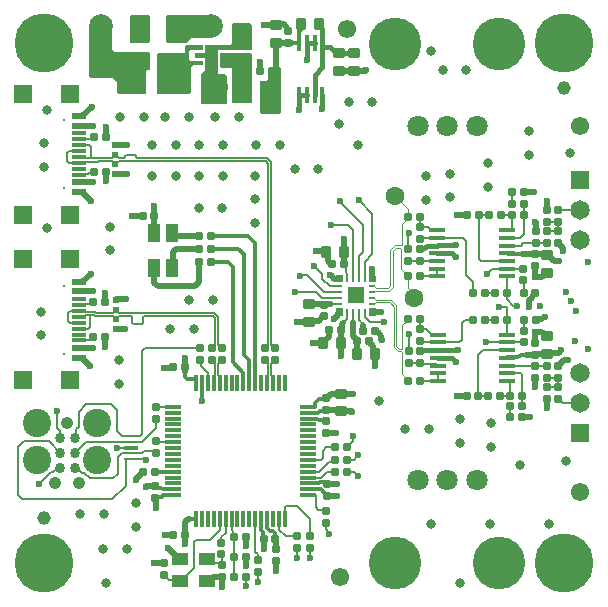
<source format=gbr>
%TF.GenerationSoftware,Altium Limited,Altium Designer,24.2.2 (26)*%
G04 Layer_Physical_Order=1*
G04 Layer_Color=255*
%FSLAX45Y45*%
%MOMM*%
%TF.SameCoordinates,9421A899-AC1A-4384-8821-8213F9677E77*%
%TF.FilePolarity,Positive*%
%TF.FileFunction,Copper,L1,Top,Signal*%
%TF.Part,Single*%
G01*
G75*
%TA.AperFunction,SMDPad,CuDef*%
%ADD10R,0.17500X0.40000*%
%ADD11R,0.57500X0.17500*%
%ADD12R,1.40000X1.40000*%
%ADD13R,0.25000X0.60000*%
%ADD14R,0.60000X0.25000*%
G04:AMPARAMS|DCode=15|XSize=0.6mm|YSize=0.7mm|CornerRadius=0.075mm|HoleSize=0mm|Usage=FLASHONLY|Rotation=0.000|XOffset=0mm|YOffset=0mm|HoleType=Round|Shape=RoundedRectangle|*
%AMROUNDEDRECTD15*
21,1,0.60000,0.55000,0,0,0.0*
21,1,0.45000,0.70000,0,0,0.0*
1,1,0.15000,0.22500,-0.27500*
1,1,0.15000,-0.22500,-0.27500*
1,1,0.15000,-0.22500,0.27500*
1,1,0.15000,0.22500,0.27500*
%
%ADD15ROUNDEDRECTD15*%
G04:AMPARAMS|DCode=16|XSize=0.8mm|YSize=1mm|CornerRadius=0.1mm|HoleSize=0mm|Usage=FLASHONLY|Rotation=0.000|XOffset=0mm|YOffset=0mm|HoleType=Round|Shape=RoundedRectangle|*
%AMROUNDEDRECTD16*
21,1,0.80000,0.80000,0,0,0.0*
21,1,0.60000,1.00000,0,0,0.0*
1,1,0.20000,0.30000,-0.40000*
1,1,0.20000,-0.30000,-0.40000*
1,1,0.20000,-0.30000,0.40000*
1,1,0.20000,0.30000,0.40000*
%
%ADD16ROUNDEDRECTD16*%
G04:AMPARAMS|DCode=17|XSize=0.6mm|YSize=0.7mm|CornerRadius=0.075mm|HoleSize=0mm|Usage=FLASHONLY|Rotation=90.000|XOffset=0mm|YOffset=0mm|HoleType=Round|Shape=RoundedRectangle|*
%AMROUNDEDRECTD17*
21,1,0.60000,0.55000,0,0,90.0*
21,1,0.45000,0.70000,0,0,90.0*
1,1,0.15000,0.27500,0.22500*
1,1,0.15000,0.27500,-0.22500*
1,1,0.15000,-0.27500,-0.22500*
1,1,0.15000,-0.27500,0.22500*
%
%ADD17ROUNDEDRECTD17*%
G04:AMPARAMS|DCode=18|XSize=0.8mm|YSize=1mm|CornerRadius=0.1mm|HoleSize=0mm|Usage=FLASHONLY|Rotation=90.000|XOffset=0mm|YOffset=0mm|HoleType=Round|Shape=RoundedRectangle|*
%AMROUNDEDRECTD18*
21,1,0.80000,0.80000,0,0,90.0*
21,1,0.60000,1.00000,0,0,90.0*
1,1,0.20000,0.40000,0.30000*
1,1,0.20000,0.40000,-0.30000*
1,1,0.20000,-0.40000,-0.30000*
1,1,0.20000,-0.40000,0.30000*
%
%ADD18ROUNDEDRECTD18*%
%ADD19R,1.47500X0.30000*%
%ADD20R,0.30000X1.47500*%
G04:AMPARAMS|DCode=21|XSize=1.3mm|YSize=1.1mm|CornerRadius=0.055mm|HoleSize=0mm|Usage=FLASHONLY|Rotation=0.000|XOffset=0mm|YOffset=0mm|HoleType=Round|Shape=RoundedRectangle|*
%AMROUNDEDRECTD21*
21,1,1.30000,0.99000,0,0,0.0*
21,1,1.19000,1.10000,0,0,0.0*
1,1,0.11000,0.59500,-0.49500*
1,1,0.11000,-0.59500,-0.49500*
1,1,0.11000,-0.59500,0.49500*
1,1,0.11000,0.59500,0.49500*
%
%ADD21ROUNDEDRECTD21*%
%TA.AperFunction,BGAPad,CuDef*%
%ADD22C,0.86300*%
%TA.AperFunction,SMDPad,CuDef*%
%ADD23R,0.60000X0.55000*%
%ADD24C,2.00000*%
%ADD25R,0.60000X0.35000*%
%ADD26R,1.10000X1.70000*%
G04:AMPARAMS|DCode=27|XSize=1.4mm|YSize=1.7mm|CornerRadius=0.175mm|HoleSize=0mm|Usage=FLASHONLY|Rotation=270.000|XOffset=0mm|YOffset=0mm|HoleType=Round|Shape=RoundedRectangle|*
%AMROUNDEDRECTD27*
21,1,1.40000,1.35000,0,0,270.0*
21,1,1.05000,1.70000,0,0,270.0*
1,1,0.35000,-0.67500,-0.52500*
1,1,0.35000,-0.67500,0.52500*
1,1,0.35000,0.67500,0.52500*
1,1,0.35000,0.67500,-0.52500*
%
%ADD27ROUNDEDRECTD27*%
G04:AMPARAMS|DCode=28|XSize=1mm|YSize=1.7mm|CornerRadius=0.125mm|HoleSize=0mm|Usage=FLASHONLY|Rotation=0.000|XOffset=0mm|YOffset=0mm|HoleType=Round|Shape=RoundedRectangle|*
%AMROUNDEDRECTD28*
21,1,1.00000,1.45000,0,0,0.0*
21,1,0.75000,1.70000,0,0,0.0*
1,1,0.25000,0.37500,-0.72500*
1,1,0.25000,-0.37500,-0.72500*
1,1,0.25000,-0.37500,0.72500*
1,1,0.25000,0.37500,0.72500*
%
%ADD28ROUNDEDRECTD28*%
G04:AMPARAMS|DCode=29|XSize=1.4mm|YSize=1.7mm|CornerRadius=0.175mm|HoleSize=0mm|Usage=FLASHONLY|Rotation=180.000|XOffset=0mm|YOffset=0mm|HoleType=Round|Shape=RoundedRectangle|*
%AMROUNDEDRECTD29*
21,1,1.40000,1.35000,0,0,180.0*
21,1,1.05000,1.70000,0,0,180.0*
1,1,0.35000,-0.52500,0.67500*
1,1,0.35000,0.52500,0.67500*
1,1,0.35000,0.52500,-0.67500*
1,1,0.35000,-0.52500,-0.67500*
%
%ADD29ROUNDEDRECTD29*%
%TA.AperFunction,ConnectorPad*%
%ADD30R,1.15000X0.60000*%
%ADD31R,1.15000X0.30000*%
%TA.AperFunction,SMDPad,CuDef*%
%ADD32R,1.50000X1.50000*%
%ADD33R,0.45000X1.40000*%
%ADD34R,1.47500X0.45000*%
%TA.AperFunction,TestPad*%
G04:AMPARAMS|DCode=35|XSize=0.2mm|YSize=0.5mm|CornerRadius=0.01mm|HoleSize=0mm|Usage=FLASHONLY|Rotation=90.000|XOffset=0mm|YOffset=0mm|HoleType=Round|Shape=RoundedRectangle|*
%AMROUNDEDRECTD35*
21,1,0.20000,0.48000,0,0,90.0*
21,1,0.18000,0.50000,0,0,90.0*
1,1,0.02000,0.24000,0.09000*
1,1,0.02000,0.24000,-0.09000*
1,1,0.02000,-0.24000,-0.09000*
1,1,0.02000,-0.24000,0.09000*
%
%ADD35ROUNDEDRECTD35*%
G04:AMPARAMS|DCode=36|XSize=0.4mm|YSize=1.2mm|CornerRadius=0.02mm|HoleSize=0mm|Usage=FLASHONLY|Rotation=90.000|XOffset=0mm|YOffset=0mm|HoleType=Round|Shape=RoundedRectangle|*
%AMROUNDEDRECTD36*
21,1,0.40000,1.16000,0,0,90.0*
21,1,0.36000,1.20000,0,0,90.0*
1,1,0.04000,0.58000,0.18000*
1,1,0.04000,0.58000,-0.18000*
1,1,0.04000,-0.58000,-0.18000*
1,1,0.04000,-0.58000,0.18000*
%
%ADD36ROUNDEDRECTD36*%
%TA.AperFunction,SMDPad,CuDef*%
%ADD37R,1.10000X1.50000*%
%TA.AperFunction,Conductor*%
%ADD38C,0.18635*%
%ADD39C,0.50000*%
%ADD40C,0.40000*%
%ADD41C,0.10052*%
%ADD42C,0.20000*%
%ADD43C,0.18600*%
%ADD44C,0.30000*%
%ADD45C,0.13763*%
%TA.AperFunction,ComponentPad*%
%ADD46C,1.60000*%
%ADD47C,1.55000*%
%ADD48C,2.40000*%
%ADD49C,1.06700*%
%ADD50C,4.46000*%
%ADD51C,1.80000*%
%TA.AperFunction,WasherPad*%
%ADD52C,1.15200*%
%TA.AperFunction,ComponentPad*%
%ADD53C,0.32500*%
%TA.AperFunction,ViaPad*%
%ADD54C,5.00000*%
%TA.AperFunction,ComponentPad*%
%ADD55C,1.65000*%
%ADD56R,1.65000X1.65000*%
%TA.AperFunction,ViaPad*%
%ADD57C,0.80000*%
%ADD58C,0.60000*%
G36*
X7392500Y10610000D02*
X7215000D01*
X7177500Y10572500D01*
X7022500D01*
X7010000Y10585000D01*
Y10795000D01*
X7025000Y10810000D01*
X7392500D01*
Y10610000D01*
D02*
G37*
G36*
X6875000Y10797500D02*
Y10585000D01*
X6862500Y10572500D01*
X6712500Y10572500D01*
X6702500Y10582500D01*
X6702500Y10797500D01*
X6712500Y10807500D01*
X6865000Y10807500D01*
X6875000Y10797500D01*
D02*
G37*
G36*
X7316281Y10510000D02*
X7215000D01*
X7205000Y10500000D01*
Y10430000D01*
X7217500Y10417500D01*
X7316281D01*
Y10380000D01*
X7232500D01*
X7215000Y10362500D01*
Y10152500D01*
X7205000Y10142500D01*
X6935000D01*
X6927500Y10150000D01*
Y10475000D01*
X6940000Y10487500D01*
X7157500Y10487500D01*
X7167500Y10497500D01*
Y10542500D01*
X7177108Y10552108D01*
X7177499D01*
X7177500Y10552108D01*
X7179472Y10552500D01*
X7316281D01*
Y10510000D01*
D02*
G37*
G36*
X7737500Y10725000D02*
Y10520000D01*
X7725000Y10507500D01*
X7445000D01*
Y10380000D01*
Y10317500D01*
X7457500Y10305000D01*
X7507500D01*
X7527500Y10285000D01*
Y10220000D01*
Y10062500D01*
X7515000Y10050000D01*
X7312500D01*
X7300000Y10062500D01*
Y10305000D01*
X7337500Y10342500D01*
Y10380000D01*
Y10445000D01*
X7255000D01*
Y10482500D01*
X7337500D01*
Y10550000D01*
X7547500Y10550000D01*
X7565000Y10567500D01*
X7565000Y10730000D01*
X7577500Y10742500D01*
X7720000D01*
X7737500Y10725000D01*
D02*
G37*
G36*
X6470000Y10692500D02*
X6552500D01*
X6552500Y10510000D01*
X6572500Y10490000D01*
X6862500D01*
X6874999Y10477500D01*
X6875000Y10347499D01*
X6865000Y10337500D01*
X6847500D01*
X6840000Y10330000D01*
Y10145000D01*
X6832500Y10137500D01*
X6612500D01*
X6592500Y10157500D01*
Y10237500D01*
X6560000Y10270000D01*
X6370000Y10270000D01*
X6352500Y10287500D01*
Y10710000D01*
X6452500D01*
X6470000Y10692500D01*
D02*
G37*
G36*
X7737500Y10472500D02*
Y10070000D01*
X7727500Y10060000D01*
X7572500D01*
X7562499Y10070001D01*
X7562500Y10351871D01*
X7562501Y10357500D01*
X7557500Y10362501D01*
X7551871Y10362500D01*
X7478129Y10362500D01*
X7467500Y10373129D01*
X7467500Y10482500D01*
X7727500D01*
X7737500Y10472500D01*
D02*
G37*
G36*
X7977500Y10355000D02*
X7977499Y9982498D01*
X7967500Y9972500D01*
X7817500D01*
X7805000Y9985000D01*
Y10247500D01*
X7810000Y10252500D01*
X7862500D01*
X7872500Y10262500D01*
Y10362500D01*
X7877500Y10367500D01*
X7965000D01*
X7977500Y10355000D01*
D02*
G37*
G36*
X8785000Y8599371D02*
X8785000Y8547500D01*
X8725000D01*
Y8610000D01*
X8774371D01*
X8785000Y8599371D01*
D02*
G37*
G36*
X8502500Y8607500D02*
Y8547500D01*
X8440000D01*
Y8596871D01*
X8450629Y8607500D01*
X8502500Y8607500D01*
D02*
G37*
G36*
X8785000Y8267500D02*
X8780000Y8262500D01*
X8725000D01*
Y8322500D01*
X8785000D01*
Y8267500D01*
D02*
G37*
G36*
X8502500Y8260000D02*
X8453129D01*
X8442500Y8270629D01*
X8442500Y8322500D01*
X8502500D01*
Y8260000D01*
D02*
G37*
D10*
X8492670Y8284627D02*
D03*
X8735270Y8584827D02*
D03*
Y8284627D02*
D03*
X8492670Y8584827D02*
D03*
D11*
X8472670Y8556027D02*
D03*
X8755270Y8313427D02*
D03*
X8472670D02*
D03*
X8755270Y8556027D02*
D03*
D12*
X8613970Y8434727D02*
D03*
D13*
X8688970Y8294727D02*
D03*
X8638970D02*
D03*
X8588970D02*
D03*
X8538969D02*
D03*
Y8574727D02*
D03*
X8588970D02*
D03*
X8638970D02*
D03*
X8688970D02*
D03*
D14*
X8473970Y8359726D02*
D03*
Y8409727D02*
D03*
Y8459727D02*
D03*
Y8509727D02*
D03*
X8753970D02*
D03*
Y8459727D02*
D03*
Y8409727D02*
D03*
Y8359726D02*
D03*
D15*
X8390279Y8138100D02*
D03*
X8490279D02*
D03*
X8727220Y8043098D02*
D03*
X8627219D02*
D03*
X8777220Y8130992D02*
D03*
X8677220D02*
D03*
X8412779Y8696389D02*
D03*
X8512779D02*
D03*
X7389000Y8938297D02*
D03*
X7289000D02*
D03*
X7068723Y6407870D02*
D03*
X7168724D02*
D03*
X7681400Y6222133D02*
D03*
X7581400D02*
D03*
X7833705Y6370370D02*
D03*
X7933705D02*
D03*
X7681442Y6384632D02*
D03*
X7581442D02*
D03*
X7068766Y7822870D02*
D03*
X7168766D02*
D03*
X8537221Y6935684D02*
D03*
X8437221D02*
D03*
X8537221Y7145627D02*
D03*
X8437221D02*
D03*
X8537221Y7040656D02*
D03*
X8437221D02*
D03*
X7581140Y6050370D02*
D03*
X7681140D02*
D03*
X6812901Y6940400D02*
D03*
X6912901D02*
D03*
X7496928Y10201105D02*
D03*
X7596928D02*
D03*
X7804428Y10330600D02*
D03*
X7904428D02*
D03*
X6399400Y9775917D02*
D03*
X6499400D02*
D03*
X6396900Y9481600D02*
D03*
X6496900D02*
D03*
X6386900Y8378400D02*
D03*
X6486900D02*
D03*
X6386900Y8079100D02*
D03*
X6486900D02*
D03*
X9552014Y7581992D02*
D03*
X9652014D02*
D03*
X9835483Y7583150D02*
D03*
X9735483D02*
D03*
X9917013Y7401691D02*
D03*
X10017013D02*
D03*
X9917014Y7584162D02*
D03*
X10017014D02*
D03*
X10016999Y7493369D02*
D03*
X9916998D02*
D03*
X10037014Y8221002D02*
D03*
X10137015D02*
D03*
X9895483Y8228454D02*
D03*
X9795483D02*
D03*
X9604499Y8229021D02*
D03*
X9704499D02*
D03*
X9554514Y9116202D02*
D03*
X9654514D02*
D03*
X9842983Y9116440D02*
D03*
X9742983D02*
D03*
X9939514Y9308402D02*
D03*
X10039514D02*
D03*
X9937015Y9115873D02*
D03*
X10037015D02*
D03*
X10040483Y9209159D02*
D03*
X9940483D02*
D03*
X10034514Y8456700D02*
D03*
X10134514D02*
D03*
X9892983Y8456743D02*
D03*
X9792983D02*
D03*
X9604514Y8455730D02*
D03*
X9704514D02*
D03*
X7289009Y8717131D02*
D03*
X7389009D02*
D03*
X7289000Y8827132D02*
D03*
X7389000D02*
D03*
X6908279Y9107868D02*
D03*
X6808279D02*
D03*
X9054700Y7709501D02*
D03*
X9154701D02*
D03*
X9054719Y8230501D02*
D03*
X9154719D02*
D03*
X9057200Y8594501D02*
D03*
X9157200D02*
D03*
X9057198Y9095902D02*
D03*
X9157198D02*
D03*
D16*
X8490278Y8028100D02*
D03*
X8340278D02*
D03*
X8627220Y7933070D02*
D03*
X8777220D02*
D03*
X8515278Y8803860D02*
D03*
X8365278D02*
D03*
X7845572Y10201312D02*
D03*
X7695572D02*
D03*
X8151745Y10729425D02*
D03*
X8301745D02*
D03*
D17*
X8340934Y8255279D02*
D03*
Y8355279D02*
D03*
X7291650Y7986599D02*
D03*
Y7886599D02*
D03*
X7935369Y6183651D02*
D03*
Y6283651D02*
D03*
X7475801Y6339636D02*
D03*
Y6239636D02*
D03*
X7787218Y6093384D02*
D03*
Y6193384D02*
D03*
X7478169Y6052867D02*
D03*
Y6152867D02*
D03*
X7932131Y7886600D02*
D03*
Y7986600D02*
D03*
X7842131Y7886600D02*
D03*
Y7986600D02*
D03*
X7392871D02*
D03*
Y7886600D02*
D03*
X8362132Y7461287D02*
D03*
Y7561287D02*
D03*
X8362101Y7270367D02*
D03*
Y7370367D02*
D03*
X8358240Y6510281D02*
D03*
Y6610281D02*
D03*
X8223295Y6292801D02*
D03*
Y6392801D02*
D03*
X8118323Y6292781D02*
D03*
Y6392781D02*
D03*
X8372100Y6738809D02*
D03*
Y6838809D02*
D03*
X6919600Y7390366D02*
D03*
Y7490366D02*
D03*
X6919600Y7200401D02*
D03*
Y7100401D02*
D03*
X6991701Y6164302D02*
D03*
Y6064302D02*
D03*
X6917869Y6816257D02*
D03*
Y6716257D02*
D03*
X7482871Y7986600D02*
D03*
Y7886600D02*
D03*
X8036637Y10571928D02*
D03*
Y10671928D02*
D03*
X9156398Y7960485D02*
D03*
Y7860485D02*
D03*
X10130435Y7738002D02*
D03*
Y7838002D02*
D03*
X9060501Y7960488D02*
D03*
Y7860488D02*
D03*
X10230592Y7738002D02*
D03*
Y7838002D02*
D03*
X10324300Y7656883D02*
D03*
Y7556883D02*
D03*
X10324324Y7837985D02*
D03*
Y7737985D02*
D03*
X10230599Y7656902D02*
D03*
Y7556902D02*
D03*
X10127986Y7930730D02*
D03*
Y8030730D02*
D03*
X10035921Y8034517D02*
D03*
Y8134517D02*
D03*
X9156357Y8147985D02*
D03*
Y8047985D02*
D03*
X10136301Y8975486D02*
D03*
Y8875486D02*
D03*
X9156272Y8822986D02*
D03*
Y8722986D02*
D03*
X10230600Y8975486D02*
D03*
Y8875486D02*
D03*
X10324300Y9054500D02*
D03*
Y9154500D02*
D03*
X9053591Y8822986D02*
D03*
Y8722986D02*
D03*
X10324300Y8875500D02*
D03*
Y8975500D02*
D03*
X10230600Y9054517D02*
D03*
Y9154517D02*
D03*
X10127011Y8783483D02*
D03*
Y8683483D02*
D03*
X10033284Y8660486D02*
D03*
Y8560486D02*
D03*
X9158067Y9012986D02*
D03*
Y8912986D02*
D03*
D18*
X8218463Y8360279D02*
D03*
Y8210279D02*
D03*
X8487132Y7601331D02*
D03*
Y7451331D02*
D03*
X7935574Y10721662D02*
D03*
Y10571662D02*
D03*
X8474425Y10485701D02*
D03*
Y10335701D02*
D03*
X8601925Y10335700D02*
D03*
Y10485700D02*
D03*
X10235758Y8089518D02*
D03*
Y7939518D02*
D03*
X10233449Y8622985D02*
D03*
Y8772985D02*
D03*
D19*
X7063361Y6740600D02*
D03*
Y6790600D02*
D03*
Y6840600D02*
D03*
Y6890600D02*
D03*
Y6940600D02*
D03*
Y6990600D02*
D03*
Y7040600D02*
D03*
Y7090600D02*
D03*
Y7140600D02*
D03*
Y7190600D02*
D03*
Y7240600D02*
D03*
Y7290600D02*
D03*
Y7340600D02*
D03*
Y7390600D02*
D03*
Y7440600D02*
D03*
Y7490600D02*
D03*
X8210960D02*
D03*
Y7440600D02*
D03*
Y7390600D02*
D03*
Y7340600D02*
D03*
Y7290600D02*
D03*
Y7240600D02*
D03*
Y7190600D02*
D03*
Y7140600D02*
D03*
Y7090600D02*
D03*
Y7040600D02*
D03*
Y6990600D02*
D03*
Y6940600D02*
D03*
Y6890600D02*
D03*
Y6840600D02*
D03*
Y6790600D02*
D03*
Y6740600D02*
D03*
D20*
X7262160Y7689400D02*
D03*
X7312160D02*
D03*
X7362161D02*
D03*
X7412160D02*
D03*
X7462161D02*
D03*
X7512160D02*
D03*
X7562160D02*
D03*
X7612161D02*
D03*
X7662160D02*
D03*
X7712161D02*
D03*
X7762160D02*
D03*
X7812160D02*
D03*
X7862161D02*
D03*
X7912160D02*
D03*
X7962161D02*
D03*
X8012161D02*
D03*
Y6541800D02*
D03*
X7962161D02*
D03*
X7912160D02*
D03*
X7862161D02*
D03*
X7812160D02*
D03*
X7762160D02*
D03*
X7712161D02*
D03*
X7662160D02*
D03*
X7612161D02*
D03*
X7562160D02*
D03*
X7512160D02*
D03*
X7462161D02*
D03*
X7412160D02*
D03*
X7362161D02*
D03*
X7312160D02*
D03*
X7262160D02*
D03*
D21*
X7125755Y6205364D02*
D03*
Y6015364D02*
D03*
X7355755Y6205364D02*
D03*
Y6015364D02*
D03*
D22*
X6109354Y7228325D02*
D03*
Y7101325D02*
D03*
Y6974325D02*
D03*
X6236354Y7228325D02*
D03*
Y7101325D02*
D03*
Y6974325D02*
D03*
D23*
X6579428Y9618473D02*
D03*
Y9703473D02*
D03*
X6579400Y9543500D02*
D03*
Y9458500D02*
D03*
X6581900Y8236870D02*
D03*
Y8398152D02*
D03*
Y8313152D02*
D03*
Y8151870D02*
D03*
D24*
X7391300Y10710000D02*
D03*
X6452500Y10710000D02*
D03*
D25*
X7496281Y10399429D02*
D03*
Y10464429D02*
D03*
Y10529429D02*
D03*
X7286281D02*
D03*
Y10464429D02*
D03*
Y10399429D02*
D03*
D26*
X7391281Y10464429D02*
D03*
D27*
X7108073Y10414673D02*
D03*
Y10643273D02*
D03*
X6788074Y10414700D02*
D03*
Y10643300D02*
D03*
X7650573Y10350100D02*
D03*
Y10578700D02*
D03*
D28*
X6788664Y10228073D02*
D03*
X6978664D02*
D03*
D29*
X7144646Y10226927D02*
D03*
X7373246D02*
D03*
D30*
X6270237Y9949455D02*
D03*
Y9869454D02*
D03*
Y9389454D02*
D03*
Y9309454D02*
D03*
X6270200Y7906954D02*
D03*
Y7986954D02*
D03*
Y8466954D02*
D03*
Y8546954D02*
D03*
D31*
X6270237Y9754454D02*
D03*
Y9654454D02*
D03*
Y9604455D02*
D03*
Y9504454D02*
D03*
Y9454455D02*
D03*
Y9554454D02*
D03*
Y9704455D02*
D03*
Y9804454D02*
D03*
X6270200Y8401954D02*
D03*
Y8301954D02*
D03*
Y8151954D02*
D03*
Y8051954D02*
D03*
Y8101954D02*
D03*
Y8201954D02*
D03*
Y8251954D02*
D03*
Y8351954D02*
D03*
D32*
X6196237Y10141454D02*
D03*
Y9117454D02*
D03*
X5799237D02*
D03*
Y10141454D02*
D03*
X5799200Y8738954D02*
D03*
Y7714954D02*
D03*
X6196200D02*
D03*
Y8738954D02*
D03*
D33*
X8135730Y10573064D02*
D03*
X8200730D02*
D03*
X8265730D02*
D03*
X8330730D02*
D03*
Y10133064D02*
D03*
X8265730D02*
D03*
X8200730D02*
D03*
X8135730D02*
D03*
D34*
X9894263Y7709523D02*
D03*
Y7774523D02*
D03*
Y7839523D02*
D03*
Y7904523D02*
D03*
Y7969524D02*
D03*
Y8034523D02*
D03*
Y8099524D02*
D03*
X9306663D02*
D03*
Y8034523D02*
D03*
Y7969524D02*
D03*
Y7904523D02*
D03*
Y7839523D02*
D03*
Y7774523D02*
D03*
Y7709523D02*
D03*
X9892553Y8594523D02*
D03*
Y8659523D02*
D03*
Y8724523D02*
D03*
Y8789523D02*
D03*
Y8854524D02*
D03*
Y8919523D02*
D03*
Y8984524D02*
D03*
X9304953D02*
D03*
Y8919523D02*
D03*
Y8854524D02*
D03*
Y8789523D02*
D03*
Y8724523D02*
D03*
Y8659523D02*
D03*
Y8594523D02*
D03*
D35*
X6679802Y7045000D02*
D03*
X6749802D02*
D03*
X6679802Y7095000D02*
D03*
X6749802D02*
D03*
X6679802Y7195000D02*
D03*
Y7245000D02*
D03*
X6749802D02*
D03*
Y7195000D02*
D03*
D36*
X6714802Y7145000D02*
D03*
D37*
X6906487Y8964638D02*
D03*
Y8664638D02*
D03*
X7056487D02*
D03*
Y8964638D02*
D03*
D38*
X6830000Y7045000D02*
X6835000Y7040000D01*
X6679802Y7045000D02*
X6830000D01*
X5757500Y6740000D02*
X5787500Y6710000D01*
X5757500Y7152500D02*
X5802500Y7197500D01*
X5757500Y6740000D02*
Y7152500D01*
X8118323Y6292781D02*
X8119162Y6291942D01*
Y6213338D02*
Y6291942D01*
Y6213338D02*
X8120000Y6212500D01*
X8225398Y6212102D02*
Y6290699D01*
X8223295Y6292801D02*
X8225398Y6290699D01*
Y6212102D02*
X8227500Y6210000D01*
X9975157Y8347343D02*
X9982500Y8340000D01*
X9945157Y8347343D02*
X9975157D01*
X9893487Y8399013D02*
X9945157Y8347343D01*
X6365000Y9477500D02*
X6392800D01*
X6396900Y9481600D01*
X6270237Y9454455D02*
X6275920Y9460137D01*
X6347637D01*
X6365000Y9477500D01*
X6270237Y9754454D02*
X6378717D01*
X6399400Y9775137D01*
Y9775917D01*
X6386900Y8378319D02*
Y8378400D01*
X6275883Y8357637D02*
X6366217D01*
X6386900Y8378319D01*
X6270200Y8351954D02*
X6275883Y8357637D01*
Y8057637D02*
X6366217D01*
X6386900Y8078319D01*
Y8079100D01*
X6270200Y8051954D02*
X6275883Y8057637D01*
X10329300Y7556883D02*
X10366725Y7519459D01*
X10324300Y7556883D02*
X10329300D01*
X10366725Y7519459D02*
X10511400D01*
X8407500Y9027500D02*
X8545000D01*
X8477500Y9222500D02*
X8672500Y9027500D01*
X8477500Y9222500D02*
Y9230000D01*
X9764762Y8659762D02*
X9892315D01*
X9722500Y8617500D02*
X9764762Y8659762D01*
X9892315D02*
X9892553Y8659523D01*
X9715238Y8034762D02*
X9894025D01*
X9715000Y8035000D02*
X9715238Y8034762D01*
X9893487Y8399013D02*
Y8456239D01*
X9827500Y8335000D02*
X9827915Y8334585D01*
X9881485D01*
X9892401Y8323669D01*
Y8231535D02*
Y8323669D01*
Y8231535D02*
X9895483Y8228454D01*
X9892983Y8456743D02*
X9893487Y8456239D01*
X9064001Y7963987D02*
Y8099001D01*
X9067500Y8102500D01*
X9894025Y8034762D02*
X9894263Y8034523D01*
X9051795Y8824782D02*
Y8930602D01*
X9067500Y8946307D02*
Y8957500D01*
X9051795Y8930602D02*
X9067500Y8946307D01*
X9051795Y8824782D02*
X9053591Y8822986D01*
X9060501Y7960488D02*
X9064001Y7963987D01*
X8097500Y8462500D02*
X8277500D01*
X8672500Y8802500D02*
Y9027500D01*
X8638970Y8768970D02*
X8672500Y8802500D01*
X8638970Y8574727D02*
Y8768970D01*
X8755000Y8782500D02*
Y9125000D01*
X8637500Y9242500D02*
X8755000Y9125000D01*
X8688970Y8716469D02*
X8755000Y8782500D01*
X8688970Y8574727D02*
Y8716469D01*
X8588970Y8574727D02*
Y8983530D01*
X8545000Y9027500D02*
X8588970Y8983530D01*
X8587203Y7200610D02*
Y7234703D01*
X8592500Y7240000D01*
X8537221Y7040656D02*
X8595173D01*
X8635000Y7080483D02*
Y7085000D01*
X8595173Y7040656D02*
X8635000Y7080483D01*
X8537221Y7150627D02*
X8587203Y7200610D01*
X8595173Y6935342D02*
X8625515Y6905000D01*
X8537563Y6935342D02*
X8595173D01*
X8625515Y6905000D02*
X8632500D01*
X8537221Y6935684D02*
X8537563Y6935342D01*
X8390000Y6410000D02*
Y6420569D01*
X8358240Y6452329D02*
Y6510281D01*
Y6452329D02*
X8390000Y6420569D01*
X6330028Y7195000D02*
X6679802D01*
X6749802D01*
X6602500Y7062500D02*
X6635000Y7095000D01*
X6562500Y6885000D02*
X6602500Y6925000D01*
Y7062500D01*
X6362500Y6885000D02*
X6562500D01*
X6294521Y6931939D02*
X6315561D01*
X6362500Y6885000D01*
X6252134Y6974325D02*
X6294521Y6931939D01*
X5787500Y6710000D02*
X6552500D01*
X6665000Y6822500D01*
X6820000Y7112500D02*
X6907500D01*
X6919600Y7100401D01*
X6802500Y7095000D02*
X6820000Y7112500D01*
X6749802Y7095000D02*
X6802500D01*
X6679802D02*
X6749802D01*
X6914199D02*
X6919600Y7100401D01*
X6635000Y7095000D02*
X6679802D01*
X6665682Y7045000D02*
X6679802D01*
X6013179Y7197500D02*
X6109354Y7101325D01*
X5802500Y7197500D02*
X6013179D01*
X6919600Y7309600D02*
Y7390366D01*
X6749802Y7195000D02*
X6805000D01*
X6919600Y7309600D01*
X6665000Y6822500D02*
Y7044317D01*
X6665682Y7045000D01*
X6236354Y7101325D02*
X6330028Y7195000D01*
X6236354Y6974325D02*
X6252134D01*
X7681820Y5973180D02*
X7682500Y5972500D01*
X7681820Y5973180D02*
Y6049690D01*
X7681140Y6050370D02*
X7681820Y6049690D01*
X8347774Y8459727D02*
X8473970D01*
X8147500Y8607500D02*
X8200000D01*
X8347774Y8459727D01*
X8277500Y8462500D02*
X8330273Y8409727D01*
X8473970D01*
X8140000Y8600000D02*
X8147500Y8607500D01*
X8329094Y8573406D02*
Y8610906D01*
X8257500Y8682500D02*
X8329094Y8610906D01*
Y8573406D02*
X8392773Y8509727D01*
X8473970D01*
X8335000Y7115000D02*
X8365627Y7145627D01*
X8437221D01*
X8335000Y7060000D02*
Y7115000D01*
X8315600Y7040600D02*
X8335000Y7060000D01*
X8210960Y7040600D02*
X8315600D01*
X8422035Y7025470D02*
X8437221Y7040656D01*
X8305315Y6940600D02*
X8390185Y7025470D01*
X8422035D01*
X8210960Y6940600D02*
X8305315D01*
X8368184Y6935684D02*
X8437221D01*
X8210960Y6890600D02*
X8323100D01*
X8368184Y6935684D01*
X8295000Y6620000D02*
X8348521D01*
X8275393Y6639607D02*
Y6734917D01*
Y6639607D02*
X8295000Y6620000D01*
X8348521D02*
X8358240Y6610281D01*
X8269711Y6740600D02*
X8275393Y6734917D01*
X8210960Y6740600D02*
X8269711D01*
X8223295Y6392801D02*
Y6541705D01*
X8013502Y6543141D02*
Y6641584D01*
X8024418Y6652500D01*
X8112500D01*
X8223295Y6541705D01*
X8012161Y6541800D02*
X8013502Y6543141D01*
X8024719Y6392781D02*
X8118323D01*
X7967843Y6449657D02*
X8024719Y6392781D01*
X7967843Y6449657D02*
Y6536117D01*
X7962161Y6541800D02*
X7967843Y6536117D01*
X7787218Y6093384D02*
X7787359Y6093243D01*
Y6010141D02*
Y6093243D01*
Y6010141D02*
X7787500Y6010000D01*
X7782080Y6198522D02*
X7787218Y6193384D01*
X7762160Y6260340D02*
X7782080Y6240420D01*
X7762160Y6260340D02*
Y6541800D01*
X7782080Y6198522D02*
Y6240420D01*
X7580570Y6049800D02*
X7581140Y6050370D01*
X7581270Y6050500D02*
Y6222003D01*
X7581400Y6222133D01*
X7581140Y6050370D02*
X7581270Y6050500D01*
X7581421Y6384611D02*
X7581442Y6384632D01*
X7581421Y6222154D02*
Y6384611D01*
X7581400Y6222133D02*
X7581421Y6222154D01*
X7577500Y6388574D02*
Y6432500D01*
Y6388574D02*
X7581442Y6384632D01*
X7562160Y6447840D02*
X7577500Y6432500D01*
X7562160Y6447840D02*
Y6541800D01*
X7404585Y6166535D02*
X7464501D01*
X7365755Y6205364D02*
X7404585Y6166535D01*
X7464501D02*
X7478169Y6152867D01*
X7355755Y6205364D02*
X7365755D01*
X7476985Y6154051D02*
Y6238451D01*
X7475801Y6239636D02*
X7476985Y6238451D01*
Y6154051D02*
X7478169Y6152867D01*
X7113620Y6027500D02*
X7125755Y6015364D01*
X6996701Y6064302D02*
X7033503Y6027500D01*
X7113620D01*
X6991701Y6064302D02*
X6996701D01*
X7242500Y6345000D02*
X7260000Y6362500D01*
X7135755Y6015364D02*
X7242500Y6122109D01*
Y6345000D01*
X7260000Y6362500D02*
X7380000D01*
X7125755Y6015364D02*
X7135755D01*
X7380000Y6362500D02*
X7462161Y6444660D01*
Y6541800D01*
X7475801Y6388301D02*
X7512160Y6424661D01*
Y6541800D01*
X7475801Y6339636D02*
Y6388301D01*
X7300437Y7839564D02*
X7360555Y7779445D01*
X7300437Y7839564D02*
Y7877813D01*
X7291650Y7886599D02*
X7300437Y7877813D01*
X7360555Y7691005D02*
Y7779445D01*
Y7691005D02*
X7362161Y7689400D01*
X6917900Y7197100D02*
X6924400Y7190600D01*
X7063361D01*
X6917900Y7489634D02*
X6918383Y7490117D01*
X7062878D02*
X7063361Y7490600D01*
X6918383Y7490117D02*
X7062878D01*
D39*
X8330934Y8255279D02*
X8335934Y8260279D01*
X8330934Y8246595D02*
Y8255279D01*
X8335934Y8260279D02*
X8350934D01*
X6803279Y9106434D02*
X6808279Y9101434D01*
X8467500Y8270000D02*
Y8285000D01*
X8777220Y8135992D02*
X8782220Y8130992D01*
X8407779Y8693890D02*
X8412779Y8688890D01*
X8751913Y8580587D02*
Y8653087D01*
X8474426Y10335700D02*
X8601926D01*
X8581926D02*
X8582825Y10336600D01*
X8454425Y10335701D02*
X8454426Y10335700D01*
X8602825Y10336600D02*
X8699100D01*
X10368087Y8806913D02*
X10370000Y8805000D01*
X10329300Y8875500D02*
X10368087Y8836714D01*
Y8806913D02*
Y8836714D01*
X10324300Y8875500D02*
X10329300D01*
X10374426Y7883087D02*
X10405587D01*
X10407500Y7885000D01*
X10333571Y7948777D02*
X10352294Y7967500D01*
X10245017Y7948777D02*
X10333571D01*
X10352294Y7967500D02*
X10355000D01*
X10235758Y7939518D02*
X10245017Y7948777D01*
X6808279Y9097868D02*
Y9101434D01*
X6723934Y9106434D02*
X6803279D01*
X6722500Y9105000D02*
X6723934Y9106434D01*
X6907889Y9090758D02*
Y9189611D01*
Y9090758D02*
X6908279Y9090368D01*
X6907500Y9190000D02*
X6907889Y9189611D01*
X6907383Y9089472D02*
X6908279Y9090368D01*
X10142015Y8231002D02*
X10190796D01*
X10137015Y8226002D02*
X10142015Y8231002D01*
X10081913Y8339413D02*
Y8390177D01*
X10102214Y8410477D01*
X10134514Y8451700D02*
Y8456700D01*
X10102214Y8410477D02*
Y8419399D01*
X10134514Y8451700D01*
X10080000Y8337500D02*
X10081913Y8339413D01*
X6486900Y8378400D02*
X6488450Y8379950D01*
Y8455950D02*
X6490000Y8457500D01*
X6488450Y8379950D02*
Y8455950D01*
X6487200Y7995300D02*
Y8078800D01*
Y7995300D02*
X6487500Y7995000D01*
X6486900Y8079100D02*
X6487200Y8078800D01*
X6581900Y8398152D02*
X6582824Y8399076D01*
X6666576D01*
X6667500Y8400000D01*
X6582215Y8152185D02*
X6662185D01*
X6662500Y8152500D01*
X6581900Y8151870D02*
X6582215Y8152185D01*
X10329324Y7842985D02*
X10334324D01*
X10374426Y7883087D01*
X10324324Y7837985D02*
X10329324Y7842985D01*
X10231550Y7478450D02*
Y7555951D01*
X10230599Y7556902D02*
X10231550Y7555951D01*
Y7478450D02*
X10232500Y7477500D01*
X6384977Y9869477D02*
X6385000Y9869500D01*
X6270260Y9869477D02*
X6384977D01*
X6270237Y9869454D02*
X6270260Y9869477D01*
X10017013Y7401691D02*
X10017418Y7402096D01*
X10092096D02*
X10092500Y7402500D01*
X10017418Y7402096D02*
X10092096D01*
X10039514Y9308402D02*
X10040313Y9309201D01*
X10121701D01*
X10122500Y9310000D01*
X10133374Y8589332D02*
X10189796D01*
X10127500Y8592500D02*
X10130206D01*
X10189796Y8589332D02*
X10223449Y8622985D01*
X10130206Y8592500D02*
X10133374Y8589332D01*
X10223449Y8622985D02*
X10233449D01*
X10127255Y8592745D02*
Y8683238D01*
X10127011Y8683483D02*
X10127255Y8683238D01*
Y8592745D02*
X10127500Y8592500D01*
X10135683Y8124182D02*
X10191094D01*
X10133627Y8122127D02*
X10135683Y8124182D01*
X10130921Y8122127D02*
X10133627D01*
X10191094Y8124182D02*
X10225758Y8089518D01*
X10235758D01*
X10129454Y8032198D02*
Y8120659D01*
X10127986Y8030730D02*
X10129454Y8032198D01*
Y8120659D02*
X10130921Y8122127D01*
X10336043Y8722370D02*
X10337956Y8720457D01*
X10294065Y8722370D02*
X10336043D01*
X10243449Y8772985D02*
X10294065Y8722370D01*
X10233449Y8772985D02*
X10243449D01*
X10221434Y8785000D02*
X10233449Y8772985D01*
X10137015Y8221002D02*
Y8226002D01*
X10230000Y9230000D02*
X10230300Y9229700D01*
Y9154817D02*
Y9229700D01*
Y9154817D02*
X10230600Y9154517D01*
X10131467Y7656032D02*
X10132500Y7655000D01*
X10130435Y7738002D02*
X10131467Y7736969D01*
Y7656032D02*
Y7736969D01*
X10135650Y8976136D02*
X10136301Y8975486D01*
X10135000Y9055000D02*
X10135650Y9054350D01*
Y8976136D02*
Y9054350D01*
X9553913Y9115601D02*
X9554514Y9116202D01*
X9473101Y9115601D02*
X9553913D01*
X9472500Y9115000D02*
X9473101Y9115601D01*
X9551759Y7582246D02*
X9552014Y7581992D01*
X9472754Y7582246D02*
X9551759D01*
X9472500Y7582500D02*
X9472754Y7582246D01*
X8591916Y7601916D02*
X8592500Y7602500D01*
X8487716Y7601916D02*
X8591916D01*
X8782220Y8120992D02*
X8798210D01*
X8830587Y8088616D01*
Y8056913D02*
Y8088616D01*
Y8056913D02*
X8832500Y8055000D01*
X8782220Y8120992D02*
Y8130992D01*
X8750000Y8655000D02*
X8751913Y8653087D01*
Y8580587D02*
X8755000Y8577500D01*
X8512639Y8786499D02*
Y8907361D01*
X8512500Y8907500D02*
X8512639Y8907361D01*
X8512779Y8801361D02*
X8514028Y8800111D01*
X8487132Y7451331D02*
X8487797Y7450666D01*
X8581834D02*
X8582500Y7450000D01*
X8487797Y7450666D02*
X8581834D01*
X8475963Y7462500D02*
X8487132Y7451331D01*
X8280000Y8812500D02*
X8281913Y8810587D01*
X8374805Y8723179D02*
Y8778860D01*
X8358552Y8790587D02*
Y8802313D01*
X8281913Y8810587D02*
X8350278D01*
X8358552Y8802313D01*
Y8790587D02*
X8363078D01*
X8374805Y8778860D01*
X8120000Y8210000D02*
X8218184D01*
X6812901Y6935400D02*
Y6940400D01*
X6752500Y6874999D02*
X6812901Y6935400D01*
X6752500Y6872500D02*
Y6874999D01*
X6917241Y6815629D02*
X6917869Y6816257D01*
X6835000Y6815000D02*
X6835629Y6815629D01*
X6917241D01*
X7477835Y5962835D02*
Y6052532D01*
X7478169Y6052867D01*
X7477500Y5962500D02*
X7477835Y5962835D01*
X8400206Y8605000D02*
X8430206Y8575000D01*
X8440000D01*
X8397500Y8605000D02*
X8400206D01*
X8514028Y8697639D02*
Y8800111D01*
X8512779Y8696389D02*
X8514028Y8697639D01*
X8404094Y8693890D02*
X8407779D01*
X8374805Y8723179D02*
X8404094Y8693890D01*
X8430000Y8232500D02*
X8467500Y8270000D01*
X8454405Y6834405D02*
X8455000Y6835000D01*
X8370196Y6834405D02*
X8454405D01*
X6918935Y6636065D02*
X6920000Y6635000D01*
X6918935Y6636065D02*
Y6715192D01*
X6917869Y6716257D02*
X6918935Y6715192D01*
X10126217Y7932500D02*
X10127986Y7930730D01*
X10052500Y7932500D02*
X10126217D01*
X10023064Y8783483D02*
X10127011D01*
X10128528Y8785000D02*
X10221434D01*
X10127011Y8783483D02*
X10128528Y8785000D01*
X10132380Y7935124D02*
X10231364D01*
X10127986Y7930730D02*
X10132380Y7935124D01*
X6500950Y9777467D02*
Y9858450D01*
X6502500Y9860000D01*
X6499400Y9775917D02*
X6500950Y9777467D01*
X6679514Y9702986D02*
X6680000Y9702500D01*
X6579428Y9703473D02*
X6579914Y9702986D01*
X6679514D01*
X6579900Y9458000D02*
X6674500D01*
X6579400Y9458500D02*
X6579900Y9458000D01*
X6674500D02*
X6675000Y9457500D01*
X6497200Y9400300D02*
X6497500Y9400000D01*
X6496900Y9481600D02*
X6497200Y9481300D01*
Y9400300D02*
Y9481300D01*
X6384977Y9389477D02*
X6385000Y9389500D01*
X6270260Y9389477D02*
X6384977D01*
X7196761Y6541800D02*
X7214300D01*
X7168112Y6407258D02*
X7168724Y6407870D01*
X7936434Y6103566D02*
X7937500Y6102500D01*
X7168724Y6513763D02*
X7196761Y6541800D01*
X7168724Y6407870D02*
Y6513763D01*
X7936434Y6103566D02*
Y6182585D01*
X7935369Y6183651D02*
X7936434Y6182585D01*
X7092138Y8827132D02*
X7289000D01*
X7062849Y8671000D02*
Y8797842D01*
X7092138Y8827132D01*
X8760000Y8287500D02*
X8761510Y8289010D01*
X8827005D01*
X8828918Y8290923D01*
X8677220Y8140992D02*
Y8185281D01*
X8777220Y7933070D02*
X8778610Y7931680D01*
X8762220Y7948070D02*
X8777220Y7933070D01*
X8247500Y8027500D02*
X8247800Y8027800D01*
X8339978D02*
X8340278Y8028100D01*
X8490278D02*
X8491389Y8026989D01*
X8490278Y8028100D02*
X8490278Y8028100D01*
X8247800Y8027800D02*
X8339978D01*
X8491389Y7921111D02*
Y8026989D01*
X8588970Y8086348D02*
Y8206470D01*
X8622219Y8048098D02*
X8627220Y8043097D01*
X8588970Y8086348D02*
X8622219Y8053098D01*
Y8048098D02*
Y8053098D01*
X8778610Y7833890D02*
X8780000Y7832500D01*
X8778610Y7833890D02*
Y7931680D01*
X8301644Y8217306D02*
X8330934Y8246595D01*
X8627220Y7933070D02*
X8627220Y7933070D01*
X8491389Y7921111D02*
X8492500Y7920000D01*
X8627220Y7933070D02*
Y8043097D01*
X8490278Y8028100D02*
Y8138100D01*
X8495279Y8187779D02*
X8507500Y8200000D01*
X8495279Y8143100D02*
Y8187779D01*
X8490279Y8138100D02*
X8495279Y8143100D01*
X8490278Y8138100D02*
X8490279Y8138100D01*
X8218463Y8210279D02*
X8225490Y8217306D01*
X8301644D01*
X8243463Y8360279D02*
X8355934D01*
X8243463Y8360279D02*
X8243463Y8360279D01*
X8356214Y8360000D02*
X8402500D01*
X8355934Y8360279D02*
X8356214Y8360000D01*
X8355934Y8360279D02*
X8355934Y8360279D01*
X8340278Y8028100D02*
Y8038100D01*
X8385279Y8083100D01*
Y8133100D01*
X8390279Y8138100D01*
X8732220Y8033097D02*
X8732930D01*
X8727220Y8038097D02*
X8732220Y8033097D01*
X8732930D02*
X8762220Y8003808D01*
Y7948070D02*
Y8003808D01*
X8727220Y8038097D02*
Y8043098D01*
X7168766Y7822870D02*
X7169383Y7823487D01*
X7167534Y7821638D02*
X7168766Y7822870D01*
X8374005Y6736904D02*
X8455595D01*
X7355755Y6015364D02*
X7365755D01*
X7403258Y6052867D01*
X7478169D01*
X6991352Y6164651D02*
X6991701Y6164302D01*
X6907500Y6165000D02*
X6907849Y6164651D01*
X6991352D01*
X7025000Y6296120D02*
X7115755Y6205364D01*
X7025000Y6296120D02*
Y6297500D01*
X7115755Y6205364D02*
X7125755D01*
X7169383Y7904383D02*
X7170000Y7905000D01*
X7169383Y7823487D02*
Y7904383D01*
X7167534Y7787500D02*
Y7821638D01*
X7068581Y7822685D02*
X7068766Y7822870D01*
X6992500Y7822500D02*
X6992685Y7822685D01*
X7068581D01*
X8446066Y7268934D02*
X8447500Y7267500D01*
X8362101Y7270367D02*
X8363534Y7268934D01*
X8446066D01*
X8363344Y7462500D02*
X8475963D01*
X8362132Y7461287D02*
X8363344Y7462500D01*
X8487132Y7601331D02*
X8487716Y7601916D01*
X8362132Y7561287D02*
X8367132Y7566287D01*
X8372132D02*
X8405800Y7599955D01*
X8473256D01*
X8367132Y7566287D02*
X8372132D01*
X7681950Y6138420D02*
Y6221583D01*
X7681400Y6222133D02*
X7681950Y6221583D01*
Y6138420D02*
X7682500Y6137870D01*
X7681971Y6308029D02*
Y6384103D01*
Y6308029D02*
X7682500Y6307500D01*
X7681442Y6384632D02*
X7681971Y6384103D01*
X7834353Y6285647D02*
Y6369722D01*
X7833705Y6370370D02*
X7834353Y6369722D01*
Y6285647D02*
X7835000Y6285000D01*
X7167500Y6325000D02*
X7168112Y6325612D01*
Y6407258D01*
X7934537Y6284483D02*
Y6369538D01*
X7933705Y6370370D02*
X7934537Y6369538D01*
Y6284483D02*
X7935369Y6283651D01*
X7068539Y6407685D02*
X7068723Y6407870D01*
X6995000Y6407500D02*
X6995185Y6407685D01*
X7068539D01*
X7252500Y8512500D02*
X7289009Y8549009D01*
X6368246Y8617500D02*
X6370000D01*
X6297700Y8546954D02*
X6368246Y8617500D01*
X7289009Y8549009D02*
Y8717131D01*
X6935776Y8512500D02*
X7252500D01*
X6906487Y8541789D02*
X6935776Y8512500D01*
X6906487Y8541789D02*
Y8664638D01*
X6270200Y8546954D02*
X6297700D01*
X7056487Y8664638D02*
X7062849Y8671000D01*
X7082828Y8938297D02*
X7289000D01*
X7056487Y8964638D02*
X7082828Y8938297D01*
X6906487Y8964638D02*
X6907383Y8965535D01*
Y9089472D01*
X7933906Y10723331D02*
X7935574Y10721662D01*
X7840000Y10725000D02*
X7841669Y10723331D01*
X7933906D01*
X7935574Y10721662D02*
X7941412Y10727500D01*
X8005710D02*
X8035000Y10698211D01*
Y10673566D02*
Y10698211D01*
X7941412Y10727500D02*
X8005710D01*
X8035000Y10673566D02*
X8036637Y10671928D01*
X7935574Y10331925D02*
Y10571662D01*
Y10331925D02*
X7937500Y10330000D01*
X8137500Y10680000D02*
Y10715181D01*
X8151745Y10729425D01*
X8036637Y10571928D02*
X8037209Y10572500D01*
X8077500D01*
X8036504Y10571795D02*
X8036637Y10571928D01*
X7935574Y10571662D02*
X7935707Y10571795D01*
X8036504D01*
X7804714Y10330886D02*
Y10412214D01*
X7805000Y10412500D01*
X7804428Y10330600D02*
X7804714Y10330886D01*
X6297737Y9949455D02*
X6377500Y10029217D01*
Y10030000D01*
X6270237Y9949455D02*
X6297737D01*
Y9309454D02*
X6375000Y9232192D01*
Y9230000D02*
Y9232192D01*
X6270237Y9309454D02*
X6297737D01*
X6297700Y7906954D02*
X6367154Y7837500D01*
X6367500D01*
X6270200Y7906954D02*
X6297700D01*
X6384977Y7986977D02*
X6385000Y7987000D01*
X6270200Y7986954D02*
X6270223Y7986977D01*
X6384977D01*
Y8466977D02*
X6385000Y8467000D01*
X6270200Y8466954D02*
X6270223Y8466977D01*
X6384977D01*
X6270237Y9389454D02*
X6270260Y9389477D01*
D40*
X8333230Y10535000D02*
X8395126D01*
X8330730Y10537500D02*
Y10573064D01*
Y10537500D02*
X8333230Y10535000D01*
X8395126D02*
X8444425Y10485701D01*
X8454425D01*
X8330730Y10533064D02*
Y10573064D01*
Y10365730D02*
Y10532500D01*
X8265730Y10133064D02*
Y10300730D01*
X8330730Y10365730D01*
X8454426Y10485700D02*
X8581925D01*
X8301745Y10719425D02*
Y10729425D01*
X8330730Y10573064D02*
Y10690440D01*
X8301745Y10719425D02*
X8330730Y10690440D01*
X8330365Y10015365D02*
Y10132699D01*
X8330730Y10133064D01*
X9427738Y7904762D02*
X9462500Y7870000D01*
X9454591Y8762500D02*
X9460000D01*
X9427330Y8789762D02*
X9454591Y8762500D01*
X9305191Y8789762D02*
X9427330D01*
X8201615Y10428385D02*
Y10572179D01*
X8200730Y10573064D02*
X8201615Y10572179D01*
Y10428385D02*
X8202500Y10427500D01*
X8135365Y10000365D02*
Y10132699D01*
X8135730Y10133064D01*
X8135000Y10000000D02*
X8135365Y10000365D01*
X9309163Y7972024D02*
X9387024D01*
X9306663Y7969524D02*
X9309163Y7972024D01*
X9387024D02*
X9387500Y7972500D01*
X9477500D01*
X9306441Y8856012D02*
X9461012D01*
X9462500Y8857500D01*
X9304953Y8854524D02*
X9306441Y8856012D01*
X9162936Y7967023D02*
X9304163D01*
X9156398Y7960485D02*
X9162936Y7967023D01*
X9304163D02*
X9306663Y7969524D01*
X9166272Y8832986D02*
X9195486D01*
X9214523Y8852023D02*
X9302453D01*
X9195486Y8832986D02*
X9214523Y8852023D01*
X9156272Y8822986D02*
X9166272Y8832986D01*
X9302453Y8852023D02*
X9304953Y8854524D01*
X9306902Y7904762D02*
X9427738D01*
X9306663Y7904523D02*
X9306902Y7904762D01*
X9304953Y8789523D02*
X9305191Y8789762D01*
X8135730Y10133064D02*
X8200730D01*
X8263230Y10570564D02*
X8265730Y10573064D01*
X8203230Y10570564D02*
X8263230D01*
X8200730Y10573064D02*
X8203230Y10570564D01*
D41*
X9057198Y9095902D02*
Y9160535D01*
Y9090901D02*
Y9095902D01*
X8944699Y9273034D02*
X9057198Y9160535D01*
X9052500Y8495317D02*
Y8589801D01*
X9057200Y8594501D01*
X9052500Y8495317D02*
X9104700Y8443117D01*
Y8413055D02*
Y8443117D01*
X8971034Y7958966D02*
X8999111D01*
X9005000Y7953077D01*
Y7764202D02*
Y7953077D01*
Y7764202D02*
X9054700Y7714501D01*
X8997500Y8659201D02*
Y8827500D01*
X8952861Y8834175D02*
X8990825D01*
X8997500Y8827500D01*
X8927500Y8808813D02*
X8952861Y8834175D01*
X8997500Y8659201D02*
X9057200Y8599501D01*
X9054700Y7709501D02*
Y7714501D01*
X8935000Y7995000D02*
X8971034Y7958966D01*
X9007775Y8178557D02*
X9054719Y8225501D01*
X8935000Y7995000D02*
Y8338813D01*
X8957052Y8004135D02*
X8980169Y7981018D01*
X9001886D01*
X9007775Y7986907D02*
Y8178557D01*
X9054719Y8225501D02*
Y8230501D01*
X9001886Y7981018D02*
X9007775Y7986907D01*
X8784832Y8395753D02*
X8909247D01*
X8957052Y8347948D01*
X8784832Y8373701D02*
X8900113D01*
X8935000Y8338813D01*
X8957052Y8004135D02*
Y8347948D01*
X8893701Y8473701D02*
X8927500Y8507500D01*
X8784832Y8473701D02*
X8893701D01*
X8784832Y8495753D02*
X8884566D01*
X8905448Y8516634D02*
Y8817948D01*
X8884566Y8495753D02*
X8905448Y8516634D01*
X8927500Y8507500D02*
Y8808813D01*
X8905448Y8817948D02*
X8943727Y8856227D01*
X8994976D01*
X9002274Y8863525D02*
Y9035977D01*
X8994976Y8856227D02*
X9002274Y8863525D01*
X8753970Y8509727D02*
X8771469D01*
X8778943Y8502253D01*
Y8467812D02*
X8784832Y8473701D01*
X8778943Y8501642D02*
Y8502253D01*
Y8501642D02*
X8784832Y8495753D01*
X9057200Y8594501D02*
Y8599501D01*
X8753970Y8459727D02*
X8771469D01*
X9002274Y9035977D02*
X9057198Y9090901D01*
X8778943Y8467200D02*
Y8467812D01*
X8771469Y8459727D02*
X8778943Y8467200D01*
X8753970Y8409727D02*
X8771469D01*
X8778943Y8401642D02*
X8784832Y8395753D01*
X8753970Y8359726D02*
X8771469D01*
X8778943Y8367200D01*
Y8367812D01*
X8771469Y8409727D02*
X8778943Y8402253D01*
Y8367812D02*
X8784832Y8373701D01*
X8778943Y8401642D02*
Y8402253D01*
D42*
X5932500Y6837500D02*
X6030000Y6935000D01*
X6053879D01*
X6093204Y6974325D01*
X8688970Y8248531D02*
Y8294727D01*
Y8248531D02*
X8732500Y8205000D01*
X8850000D01*
X6596250Y7141250D02*
X6711053D01*
X6714802Y7145000D01*
X6592500Y7137500D02*
X6596250Y7141250D01*
X6106289Y7231390D02*
Y7288711D01*
X6084010Y7310990D02*
X6106289Y7288711D01*
Y7231390D02*
X6109354Y7228325D01*
X6084010Y7310990D02*
Y7456510D01*
X6085000Y7457500D01*
X6093204Y6974325D02*
X6109354D01*
X6635000Y7245000D02*
X6679802D01*
X6749802D01*
X6805000Y7960000D02*
X6831599Y7986599D01*
X6805000Y7260000D02*
Y7960000D01*
X6831599Y7986599D02*
X7291650D01*
X6790000Y7245000D02*
X6805000Y7260000D01*
X6749802Y7245000D02*
X6790000D01*
X6592500Y7287500D02*
X6635000Y7245000D01*
X6540000Y7515000D02*
X6592500Y7462500D01*
Y7287500D02*
Y7462500D01*
X6332500Y7515000D02*
X6540000D01*
X6267500Y7450000D02*
X6332500Y7515000D01*
X6267500Y7319956D02*
Y7450000D01*
X6236354Y7228325D02*
X6249019Y7240991D01*
Y7301475D01*
X6267500Y7319956D01*
X8527500Y8627500D02*
Y8669168D01*
X8537158Y8576538D02*
Y8617842D01*
X8512779Y8683889D02*
X8527500Y8669168D01*
Y8627500D02*
X8537158Y8617842D01*
Y8576538D02*
X8538969Y8574727D01*
X8638970Y8223531D02*
Y8294727D01*
Y8223531D02*
X8677220Y8185281D01*
X8507500Y8202500D02*
X8538969Y8233969D01*
X8427500Y8360000D02*
X8473696D01*
X8538969Y8233969D02*
Y8294727D01*
X8588970Y8206470D02*
Y8294727D01*
X8507500Y8200000D02*
Y8202500D01*
X8473696Y8360000D02*
X8473970Y8359726D01*
D43*
X9652014Y7581992D02*
Y7932014D01*
X9689523Y7969524D02*
X9894263D01*
X9652014Y7932014D02*
X9689523Y7969524D01*
X9255413Y8099524D02*
X9306663D01*
X9208362Y8146638D02*
X9242213Y8112787D01*
Y8112724D02*
X9255413Y8099524D01*
X9156357Y8147985D02*
X9157705Y8146638D01*
X9208362D01*
X9242213Y8112724D02*
Y8112787D01*
X9510000Y8057500D02*
Y8202500D01*
X9487023Y8034523D02*
X9510000Y8057500D01*
X9306663Y8034523D02*
X9487023D01*
X9510000Y8202500D02*
X9536521Y8229021D01*
X9545000Y8605000D02*
Y8895000D01*
X9520477Y8919523D02*
X9545000Y8895000D01*
Y8605000D02*
X9604514Y8545486D01*
X9304953Y8919523D02*
X9520477D01*
X9604514Y8455730D02*
Y8545486D01*
X9053591Y8722986D02*
X9156272D01*
X9156272Y8722986D01*
X9053591Y8722986D02*
X9053591Y8722986D01*
X9157041Y8723754D02*
X9304184D01*
X9304953Y8724523D01*
X9156272Y8722986D02*
X9157041Y8723754D01*
X9304953Y8594523D02*
Y8659523D01*
X9157211Y8594512D02*
X9304942D01*
X9157200Y8594501D02*
X9157211Y8594512D01*
X9304942D02*
X9304953Y8594523D01*
X9157633Y9013420D02*
X9158067Y9012986D01*
X9157633Y9013420D02*
Y9095467D01*
X9157198Y9095902D02*
X9157633Y9095467D01*
X9161336Y8916254D02*
X9301684D01*
X9304953Y8919523D01*
X9158067Y8912986D02*
X9161336Y8916254D01*
X9158067Y9012986D02*
X9158553Y9012500D01*
X9253703Y8984524D02*
X9304953D01*
X9225727Y9012500D02*
X9253703Y8984524D01*
X9158553Y9012500D02*
X9225727D01*
X9060501Y7860488D02*
X9060503Y7860486D01*
X9156397D02*
X9156398Y7860485D01*
X9060503Y7860486D02*
X9156397D01*
X9164160Y7852723D02*
X9293463D01*
X9156398Y7860485D02*
X9164160Y7852723D01*
X9293463D02*
X9306663Y7839523D01*
X9163088Y8041254D02*
X9299932D01*
X9306663Y8034523D01*
X9156357Y8047985D02*
X9163088Y8041254D01*
X9155538Y8148805D02*
Y8229682D01*
Y8148805D02*
X9156357Y8147985D01*
X9154719Y8230501D02*
X9155538Y8229682D01*
X9306663Y7709523D02*
Y7774523D01*
X9154701Y7709501D02*
X9154712Y7709512D01*
X9306652D01*
X9306663Y7709523D01*
X9654514Y8745486D02*
Y9116202D01*
Y8745486D02*
X9675477Y8724523D01*
X9892553D01*
X9654633Y9116321D02*
X9742864D01*
X9654514Y9116202D02*
X9654633Y9116321D01*
X9742864D02*
X9742983Y9116440D01*
X9894263Y8034523D02*
X9894267Y8034520D01*
X10035918D01*
X10035921Y8034517D01*
X9536521Y8229021D02*
X9604499D01*
X10129674Y7838763D02*
X10130435Y7838002D01*
X9895024Y7838763D02*
X10129674D01*
X9894263Y7839523D02*
X9895024Y7838763D01*
X10130435Y7838002D02*
X10230592D01*
X10230601Y7737993D02*
X10324315D01*
X10324324Y7737985D01*
X10230592Y7738002D02*
X10230601Y7737993D01*
X10324312Y7737973D02*
X10324324Y7737985D01*
X10324300Y7656883D02*
X10324312Y7656895D01*
Y7737973D01*
X10230599Y7656902D02*
X10230608Y7656893D01*
X10324291D02*
X10324300Y7656883D01*
X10230608Y7656893D02*
X10324291D01*
X10017014Y7584162D02*
X10017500Y7584648D01*
Y7763628D01*
X10006604Y7774523D02*
X10017500Y7763628D01*
X9894263Y7774523D02*
X10006604D01*
X9937015Y8997724D02*
Y9115873D01*
X9923815Y8984524D02*
X9937015Y8997724D01*
X9892553Y8984524D02*
X9923815D01*
X9916998Y7493369D02*
X9917006Y7493361D01*
Y7401699D02*
Y7493361D01*
Y7401699D02*
X9917013Y7401691D01*
X10017006Y7493376D02*
Y7584154D01*
X10016999Y7493369D02*
X10017006Y7493376D01*
Y7584154D02*
X10017014Y7584162D01*
X9917014D02*
Y7696323D01*
X9903814Y7709523D02*
X9917014Y7696323D01*
X9894263Y7709523D02*
X9903814D01*
X9835989Y7583656D02*
X9916508D01*
X9835483Y7583150D02*
X9835989Y7583656D01*
X9916508D02*
X9917014Y7584162D01*
X9652014Y7581992D02*
X9652593Y7582571D01*
X9734904D01*
X9735483Y7583150D01*
X10036468Y8135063D02*
Y8220455D01*
X10037014Y8221002D01*
X10035921Y8134517D02*
X10036468Y8135063D01*
X9895483Y8100743D02*
Y8228454D01*
X9894263Y8099524D02*
X9895483Y8100743D01*
X9704782Y8228737D02*
X9795199D01*
X9704499Y8229021D02*
X9704782Y8228737D01*
X9795199D02*
X9795483Y8228454D01*
X10033899Y8457315D02*
X10034514Y8456700D01*
X10033284Y8560486D02*
X10033899Y8559871D01*
Y8457315D02*
Y8559871D01*
X9893034Y8660005D02*
X10032803D01*
X10033284Y8660486D01*
X9892553Y8659523D02*
X9893034Y8660005D01*
X9705020Y8456237D02*
X9792476D01*
X9704514Y8455730D02*
X9705020Y8456237D01*
X9792476D02*
X9792983Y8456743D01*
X9892553Y8594523D02*
X9892983Y8594094D01*
Y8456743D02*
Y8594094D01*
X9939514Y9308402D02*
X9939998Y9307918D01*
Y9209643D02*
X9940483Y9209159D01*
X9939998Y9209643D02*
Y9307918D01*
X9843266Y9116157D02*
X9936731D01*
X9842983Y9116440D02*
X9843266Y9116157D01*
X9936731D02*
X9937015Y9115873D01*
X10037015D02*
X10038749Y9117607D01*
Y9207425D01*
X10040483Y9209159D01*
X10037015Y8954515D02*
Y9115873D01*
X10002023Y8919523D02*
X10037015Y8954515D01*
X9892553Y8919523D02*
X10002023D01*
X9892553Y8854524D02*
X10012023D01*
X10032986Y8875486D01*
X10230600D01*
X10230600Y8875486D01*
Y8975486D02*
X10230607Y8975493D01*
X10324293D02*
X10324300Y8975500D01*
X10230607Y8975493D02*
X10324293D01*
X10324300Y8975500D02*
Y9054500D01*
X10230609Y9054509D02*
X10324292D01*
X10324300Y9054500D01*
X10230600Y9054517D02*
X10230609Y9054509D01*
X10325030Y9153771D02*
X10510670D01*
X10511399Y9153041D01*
X10324300Y9154500D02*
X10325030Y9153771D01*
D44*
X9894263Y7904523D02*
X9897828Y7908088D01*
X9990588D01*
X10015000Y7932500D01*
X10052500D01*
X9898594Y8783483D02*
X10023064D01*
X9892553Y8789523D02*
X9898594Y8783483D01*
X7827000Y6377075D02*
Y6428001D01*
X7812160Y6442840D02*
Y6541800D01*
Y6442840D02*
X7827000Y6428001D01*
Y6377075D02*
X7833705Y6370370D01*
X7915000Y6435000D02*
X7932500Y6417500D01*
X7862161Y6460340D02*
X7887500Y6435000D01*
X7932500Y6371575D02*
X7933705Y6370370D01*
X7932500Y6371575D02*
Y6417500D01*
X7887500Y6435000D02*
X7915000D01*
X7862161Y6460340D02*
Y6541800D01*
X7214300D02*
X7262160D01*
X7312160Y7535340D02*
X7312500Y7535000D01*
X7312160Y7535340D02*
Y7689400D01*
X7762160D02*
Y8877840D01*
X8269711Y7490600D02*
Y7524711D01*
X7185108Y7727500D02*
X7262160D01*
X8315310Y6790600D02*
X8367100Y6738809D01*
X8210960Y6790600D02*
X8315310D01*
X8455595Y6736904D02*
X8457500Y6735000D01*
X8372100Y6738809D02*
X8374005Y6736904D01*
X8367100Y6738809D02*
X8372100D01*
X8309674Y6849674D02*
X8352100D01*
X8362965Y6838809D02*
X8372100D01*
X8210960Y6840600D02*
X8300600D01*
X8309674Y6849674D01*
X8352100D02*
X8362965Y6838809D01*
X6918901Y6940600D02*
X7063361D01*
X6917900Y6939599D02*
X6918901Y6940600D01*
X6965064Y6804936D02*
X6979401Y6790600D01*
X6917869Y6816257D02*
X6929191Y6804936D01*
X6965064D01*
X6979401Y6790600D02*
X7063361D01*
X6983100Y6740600D02*
X7063361D01*
X6970000Y6727500D02*
X6983100Y6740600D01*
X6917869Y6716257D02*
X6929112Y6727500D01*
X6970000D01*
X7167534Y7745074D02*
X7185108Y7727500D01*
X7167534Y7745074D02*
Y7787500D01*
X7262160Y7689400D02*
Y7727500D01*
X8357726Y7374742D02*
X8362101Y7370367D01*
X8304742Y7374742D02*
X8357726D01*
X8288884Y7390600D02*
X8304742Y7374742D01*
X8210960Y7390600D02*
X8288884D01*
X8355845Y7455000D02*
X8362132Y7461287D01*
X8310000Y7455000D02*
X8355845D01*
X8210960Y7440600D02*
X8295600D01*
X8310000Y7455000D01*
X8357931Y7557087D02*
X8362132Y7561287D01*
X8210960Y7490600D02*
X8269711D01*
Y7524711D02*
X8302087Y7557087D01*
X8357931D01*
X7667500Y7930000D02*
X7712161Y7885339D01*
X7620369Y8827132D02*
X7667500Y8780000D01*
Y7930000D02*
Y8780000D01*
X7389000Y8827132D02*
X7620369D01*
X7389000Y8938297D02*
X7701703D01*
X7762160Y8877840D01*
X7712161Y7689400D02*
Y7885339D01*
X7389009Y8717131D02*
X7532869D01*
X7575000Y8675000D01*
Y7867500D02*
Y8675000D01*
Y7867500D02*
X7662160Y7780340D01*
Y7689400D02*
Y7780340D01*
X8078064Y10573064D02*
X8135730D01*
X8077500Y10572500D02*
X8078064Y10573064D01*
X8135730Y10678230D02*
X8137500Y10680000D01*
X8135730Y10573064D02*
Y10678230D01*
D45*
X7866139Y9593862D02*
X7900012Y9559988D01*
Y8014053D02*
Y9559988D01*
X7874249Y8014053D02*
Y9549317D01*
X6911958Y9568099D02*
X7855467D01*
X6911958Y9593862D02*
X7866139D01*
X7855467Y9568099D02*
X7874249Y9549317D01*
X6609659Y8287892D02*
X7414608D01*
X7424989Y8014053D02*
Y8241077D01*
X7414608Y8287892D02*
X7450752Y8251748D01*
X7403937Y8262129D02*
X7424989Y8241077D01*
X7450752Y8014053D02*
Y8251748D01*
X6939519Y8262129D02*
X7403937D01*
X6821988D02*
X6939519D01*
X6812991Y8253133D02*
X6821988Y8262129D01*
X6812991Y8203492D02*
Y8253133D01*
X6803995Y8194496D02*
X6812991Y8203492D01*
X6732025Y8194496D02*
X6803995D01*
X6723028Y8203492D02*
X6732025Y8194496D01*
X6723028Y8203492D02*
Y8253133D01*
X6714032Y8262129D02*
X6723028Y8253133D01*
X6617186Y8262129D02*
X6714032D01*
X6609659D02*
X6617186D01*
X6606499Y9568099D02*
X6911958D01*
X6576900Y9543500D02*
X6579400D01*
X6581900D01*
X6579400Y8236870D02*
X6581900D01*
Y8313152D02*
X6584400D01*
X6579400D02*
X6581900D01*
Y8236870D02*
X6584400D01*
X6167500Y9572500D02*
Y9640000D01*
X6185546Y9554454D02*
X6270237D01*
X6167500Y9572500D02*
X6185546Y9554454D01*
X6270237D02*
X6312737D01*
X6167500Y9640000D02*
X6181955Y9654454D01*
X6177500Y8220000D02*
Y8287500D01*
Y8220000D02*
X6195000Y8202500D01*
X6269654D01*
X6270200Y8201954D01*
X6177500Y8287500D02*
X6191954Y8301954D01*
X6270200D01*
X6364737Y8264073D02*
X6404654D01*
X6324819D02*
X6364737D01*
X6270200Y8151954D02*
X6346954D01*
X6364737Y8169737D02*
Y8264073D01*
X6346954Y8151954D02*
X6364737Y8169737D01*
X7478205Y7986600D02*
X7482871D01*
X7450752Y8014053D02*
X7478205Y7986600D01*
X6584400Y8313152D02*
X6609659Y8287892D01*
X7397536Y7986600D02*
X7424989Y8014053D01*
X7392871Y7986600D02*
X7397536D01*
X6584400Y8236870D02*
X6609659Y8262129D01*
X6270200Y8301954D02*
X6312700D01*
X6324819Y8289836D01*
X6417269Y8287892D02*
X6554140D01*
X6415326Y8289836D02*
X6417269Y8287892D01*
X6554140D02*
X6579400Y8313152D01*
X6324819Y8289836D02*
X6415326D01*
X6554140Y8262129D02*
X6579400Y8236870D01*
X6404654Y8264073D02*
X6406598Y8262129D01*
X6312700Y8251954D02*
X6324819Y8264073D01*
X6270200Y8251954D02*
X6312700D01*
X6406598Y8262129D02*
X6554140D01*
X7450752Y7859147D02*
X7478205Y7886600D01*
X7482871D01*
X7450752Y7794434D02*
Y7859147D01*
X7450042Y7793724D02*
X7450752Y7794434D01*
X7450042Y7760268D02*
Y7793724D01*
X7397536Y7886600D02*
X7424989Y7859147D01*
X7392871Y7886600D02*
X7397536D01*
X7450042Y7760268D02*
X7462161Y7748150D01*
Y7689400D02*
Y7748150D01*
X7412160D02*
X7424279Y7760268D01*
X7412160Y7689400D02*
Y7748150D01*
X7424279Y7760268D02*
Y7804395D01*
X7424989Y7805106D02*
Y7859147D01*
X7424279Y7804395D02*
X7424989Y7805106D01*
X6759838Y9593862D02*
X6911958D01*
X6750842Y9602858D02*
X6759838Y9593862D01*
X6750842Y9602858D02*
Y9613732D01*
X6741846Y9622729D02*
X6750842Y9613732D01*
X6669875Y9622729D02*
X6741846D01*
X6660879Y9613732D02*
X6669875Y9622729D01*
X6660879Y9602858D02*
Y9613732D01*
X6651883Y9593862D02*
X6660879Y9602858D01*
X6645000Y9593862D02*
X6651883D01*
X6606539D02*
X6645000D01*
X6181955Y9654454D02*
X6270237D01*
X6372060Y9592336D02*
X6419265D01*
X6324856D02*
X6372060D01*
X6270237Y9704455D02*
X6358045D01*
X6372060Y9690440D01*
Y9592336D02*
Y9690440D01*
X7927465Y7986600D02*
X7932131D01*
X7900012Y8014053D02*
X7927465Y7986600D01*
X6579428Y9618473D02*
X6581928D01*
X6606539Y9593862D01*
X7846797Y7986600D02*
X7874249Y8014053D01*
X7842131Y7986600D02*
X7846797D01*
X6581900Y9543500D02*
X6606499Y9568099D01*
X6270237Y9604455D02*
X6312737D01*
X6324856Y9592336D01*
X6419265D02*
X6420802Y9593873D01*
X6552329D01*
X6312737Y9554454D02*
X6324856Y9566573D01*
X6552329Y9593873D02*
X6576928Y9618473D01*
X6324856Y9566573D02*
X6429936D01*
X6552290Y9568110D02*
X6576900Y9543500D01*
X6431474Y9568110D02*
X6552290D01*
X6429936Y9566573D02*
X6431474Y9568110D01*
X6576928Y9618473D02*
X6579428D01*
X7927465Y7886600D02*
X7932131D01*
X7900012Y7794495D02*
Y7859147D01*
X7900042Y7760268D02*
Y7794466D01*
X7874249Y7783824D02*
Y7859147D01*
X7842131Y7886600D02*
X7846797D01*
X7900042Y7760268D02*
X7912160Y7748150D01*
X7862161Y7689400D02*
Y7748150D01*
X7874279Y7760268D01*
Y7783794D01*
X7900012Y7859147D02*
X7927465Y7886600D01*
X7874249Y7783824D02*
X7874279Y7783794D01*
X7846797Y7886600D02*
X7874249Y7859147D01*
X7900012Y7794495D02*
X7900042Y7794466D01*
X7912160Y7689400D02*
Y7748150D01*
D46*
X9104700Y8413055D02*
D03*
X8944699Y9273034D02*
D03*
D47*
X8479430Y6052147D02*
D03*
X8543039Y10685354D02*
D03*
X10511400Y6770479D02*
D03*
Y9869500D02*
D03*
D48*
X5918854Y7037825D02*
D03*
Y7355325D02*
D03*
X6426854D02*
D03*
Y7037825D02*
D03*
D49*
X6172854Y7355325D02*
D03*
X6274454Y6847325D02*
D03*
X6071254D02*
D03*
D50*
X8948100Y6169667D02*
D03*
X9828100D02*
D03*
X9828064Y10565333D02*
D03*
X8948064D02*
D03*
D51*
X9138100Y6869667D02*
D03*
X9388100D02*
D03*
X9638100D02*
D03*
X9638064Y9865333D02*
D03*
X9388064D02*
D03*
X9138064D02*
D03*
D52*
X5977500Y6552500D02*
D03*
X10377500Y10185000D02*
D03*
D53*
X6144237Y9918454D02*
D03*
Y9340455D02*
D03*
X6144200Y7937954D02*
D03*
Y8515954D02*
D03*
D54*
X10377500Y6167500D02*
D03*
Y10567500D02*
D03*
X5977500Y6167500D02*
D03*
X5977500Y10567500D02*
D03*
D55*
X10511400Y7773459D02*
D03*
Y7519459D02*
D03*
X10511399Y8899041D02*
D03*
Y9153041D02*
D03*
D56*
X10511400Y7265459D02*
D03*
X10511399Y9407041D02*
D03*
D57*
X6817500Y9945000D02*
D03*
X6617500D02*
D03*
X9205000Y9240000D02*
D03*
Y9440000D02*
D03*
X9412500Y9262500D02*
D03*
Y9462500D02*
D03*
X10425000Y9640000D02*
D03*
X10397500Y7030000D02*
D03*
X9550000Y10340000D02*
D03*
X9350000D02*
D03*
X10080000Y9822500D02*
D03*
Y9622500D02*
D03*
X9735000Y9550000D02*
D03*
Y9350000D02*
D03*
X8752500Y10067500D02*
D03*
X8552500D02*
D03*
X8630000Y9710000D02*
D03*
X8475000Y9885000D02*
D03*
X8095000Y9507500D02*
D03*
X8295000D02*
D03*
X9762500Y7352500D02*
D03*
Y7152500D02*
D03*
X9492500Y7385000D02*
D03*
Y7185000D02*
D03*
X8810000Y7542500D02*
D03*
X9232500Y7300000D02*
D03*
X9032500D02*
D03*
X6755000Y6472500D02*
D03*
Y6672500D02*
D03*
X6475000Y6282500D02*
D03*
X6675000D02*
D03*
X6480000Y6585000D02*
D03*
X6280000D02*
D03*
X7402500Y8392500D02*
D03*
X7202500D02*
D03*
X7240000Y8152500D02*
D03*
X7040000D02*
D03*
X6612500Y7685000D02*
D03*
Y7885000D02*
D03*
X6532500Y8815000D02*
D03*
Y9015000D02*
D03*
X5945000Y8095000D02*
D03*
Y8295000D02*
D03*
X5970000Y9520000D02*
D03*
Y9720000D02*
D03*
X7422500Y9940000D02*
D03*
X7622500D02*
D03*
X7002500Y9945000D02*
D03*
X7202500D02*
D03*
X7770000Y9705000D02*
D03*
X7970000D02*
D03*
X7762500Y9442500D02*
D03*
X7760000Y9247500D02*
D03*
Y9047500D02*
D03*
X7485000Y9175000D02*
D03*
X7285000D02*
D03*
X6887500Y9707500D02*
D03*
X7087500D02*
D03*
X7487500D02*
D03*
X7287500D02*
D03*
Y9442500D02*
D03*
X7487500D02*
D03*
X7087500D02*
D03*
X6887500D02*
D03*
X10000000Y7000000D02*
D03*
X10250000Y6500000D02*
D03*
X9750000D02*
D03*
X9500000Y6000000D02*
D03*
X9250000Y10500000D02*
D03*
Y6500000D02*
D03*
X6500000Y6000000D02*
D03*
X6000000Y10000000D02*
D03*
Y9000000D02*
D03*
D58*
X8700000Y10337500D02*
D03*
X8120000Y6212500D02*
D03*
X8227500Y6210000D02*
D03*
X7845000Y10012500D02*
D03*
X7932500D02*
D03*
X10172500Y8342500D02*
D03*
X10370000Y8805000D02*
D03*
X10407500Y7885000D02*
D03*
X10355000Y7967500D02*
D03*
X6722500Y9105000D02*
D03*
X6907500Y9190000D02*
D03*
X10437500Y8385000D02*
D03*
X10482500Y8300000D02*
D03*
X10390000Y8465000D02*
D03*
X10467500Y8050000D02*
D03*
X10580000Y7977500D02*
D03*
X10577500Y8717500D02*
D03*
X10212500Y8250000D02*
D03*
X10080000Y8337500D02*
D03*
X9982500Y8340000D02*
D03*
X6490000Y8457500D02*
D03*
X6487500Y7995000D02*
D03*
X6667500Y8400000D02*
D03*
X6662500Y8152500D02*
D03*
X10232500Y7477500D02*
D03*
X8613970Y8434727D02*
D03*
X8330365Y10015365D02*
D03*
X7932500Y10100000D02*
D03*
X7845000D02*
D03*
X6385000Y9869500D02*
D03*
X7602500Y10110000D02*
D03*
X7690000D02*
D03*
X7375000Y10085000D02*
D03*
X7462500D02*
D03*
X9462500Y7870000D02*
D03*
X9460000Y8762500D02*
D03*
X8202500Y10427500D02*
D03*
X8135000Y10000000D02*
D03*
X10092500Y7402500D02*
D03*
X10122500Y9310000D02*
D03*
X10127500Y8592500D02*
D03*
X10130921Y8122127D02*
D03*
X10337956Y8720457D02*
D03*
X10230000Y9230000D02*
D03*
X10132500Y7655000D02*
D03*
X10135000Y9055000D02*
D03*
X9472500Y9115000D02*
D03*
Y7582500D02*
D03*
X8592500Y7602500D02*
D03*
X8407500Y9027500D02*
D03*
X9477500Y7972500D02*
D03*
X9462500Y8857500D02*
D03*
X9722500Y8617500D02*
D03*
X9715000Y8035000D02*
D03*
X9827500Y8335000D02*
D03*
X9067500Y8102500D02*
D03*
Y8957500D02*
D03*
X8850000Y8205000D02*
D03*
X8832500Y8055000D02*
D03*
X8750000Y8655000D02*
D03*
X8097500Y8462500D02*
D03*
X8477500Y9230000D02*
D03*
X8512500Y8907500D02*
D03*
X8637500Y9242500D02*
D03*
X8582500Y7450000D02*
D03*
X8592500Y7240000D02*
D03*
X8280000Y8812500D02*
D03*
X8120000Y8210000D02*
D03*
X8635000Y7085000D02*
D03*
X8632500Y6905000D02*
D03*
X8390000Y6410000D02*
D03*
X6592500Y7137500D02*
D03*
X5932500Y6837500D02*
D03*
X6085000Y7457500D02*
D03*
X6835000Y7040000D02*
D03*
X6752500Y6872500D02*
D03*
X7682500Y5972500D02*
D03*
X6835000Y6815000D02*
D03*
X7477500Y5962500D02*
D03*
X8397500Y8605000D02*
D03*
X8140000Y8600000D02*
D03*
X8257500Y8682500D02*
D03*
X8455000Y6835000D02*
D03*
X6920000Y6635000D02*
D03*
X6502500Y9860000D02*
D03*
X6680000Y9702500D02*
D03*
X6675000Y9457500D02*
D03*
X6497500Y9400000D02*
D03*
X6385000Y9389500D02*
D03*
X7937500Y6102500D02*
D03*
X7312500Y7535000D02*
D03*
X8828918Y8290923D02*
D03*
X8492500Y7920000D02*
D03*
X8430000Y8232500D02*
D03*
X8780000Y7832500D02*
D03*
X8247500Y8027500D02*
D03*
X8457500Y6735000D02*
D03*
X7787500Y6010000D02*
D03*
X6907500Y6165000D02*
D03*
X7025000Y6297500D02*
D03*
X7170000Y7905000D02*
D03*
X6992500Y7822500D02*
D03*
X8447500Y7267500D02*
D03*
X7682500Y6307500D02*
D03*
X7835000Y6285000D02*
D03*
X7167500Y6325000D02*
D03*
X6995000Y6407500D02*
D03*
X7682500Y6137870D02*
D03*
X6370000Y8617500D02*
D03*
X7840000Y10725000D02*
D03*
X6640000Y10170000D02*
D03*
Y10267500D02*
D03*
X7610000Y10697500D02*
D03*
X7697500D02*
D03*
X7130000Y10767500D02*
D03*
X7042500D02*
D03*
X7217500D02*
D03*
X7805000Y10412500D02*
D03*
X7390000Y10515000D02*
D03*
Y10415000D02*
D03*
X6742500Y10767500D02*
D03*
X6830000D02*
D03*
X6640000Y10365000D02*
D03*
Y10452500D02*
D03*
X6377500Y10030000D02*
D03*
X6375000Y9230000D02*
D03*
X6367500Y7837500D02*
D03*
X6385000Y8467000D02*
D03*
Y7987000D02*
D03*
%TF.MD5,17a4bd1bc39369614c97a0a8c3bd34a1*%
M02*

</source>
